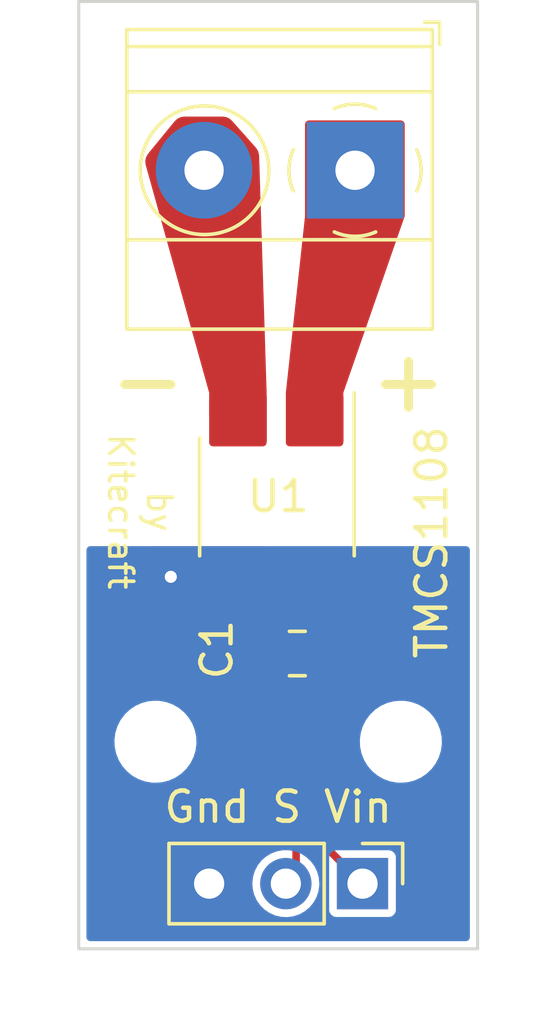
<source format=kicad_pcb>
(kicad_pcb (version 20211014) (generator pcbnew)
  (layers (0 "F.Cu" signal) (31 "B.Cu" signal) (34 "B.Paste" user) (35 "F.Paste" user) (36 "B.SilkS" user "B.Silkscreen") (37 "F.SilkS" user "F.Silkscreen") (38 "B.Mask" user) (39 "F.Mask" user) (44 "Edge.Cuts" user))
  (net 0 "")
  (net 1 "Net-(C1-Pad1)")
  (net 2 "/Gnd")
  (net 3 "Net-(J1-Pad2)")
  (net 4 "Net-(J2-Pad2)")
  (net 5 "Net-(J1-Pad1)")
  (footprint "Capacitor_SMD:C_0805_2012Metric_Pad1.18x1.45mm_HandSolder" (layer "F.Cu") (at 132.461 102.87 180)
    (fp_text reference "C1" (at 2.667 0.127 90) (layer "F.SilkS"))
    (fp_text value "0.1uF")
    (fp_line (start -0.261252 -0.735) (end 0.261252 -0.735) (layer "F.SilkS") (width 0.12))
    (fp_line (start -0.261252 0.735) (end 0.261252 0.735) (layer "F.SilkS") (width 0.12))
    (pad "1" smd roundrect (at -1.0375 0 180) (size 1.175 1.45) (layers "F.Cu" "F.Paste" "F.Mask") (roundrect_rratio 0.2127659574) (net 1 "Net-(C1-Pad1)"))
    (pad "2" smd roundrect (at 1.0375 0 180) (size 1.175 1.45) (layers "F.Cu" "F.Paste" "F.Mask") (roundrect_rratio 0.2127659574) (net 2 "/Gnd"))
  )
  (footprint "MountingHole:MountingHole_2.2mm_M2_DIN965" (layer "F.Cu") (at 135.89 105.791)
    (fp_text reference "H1" hide)
    (fp_text value "MountingHole")
    (pad "" np_thru_hole circle (at 0 0) (size 2.2 2.2) (drill 2.2) (layers *.Cu *.Mask))
  )
  (footprint "Kitecraft_Boards:SO-8_3.9x4.9mm_P1.27mm" (layer "F.Cu") (at 131.786 97.684 -90)
    (fp_text reference "U1" (at -0.021 -0.04 180) (layer "F.SilkS"))
    (fp_text value "TMCS1108")
    (fp_line (start 0 -2.56) (end -3.45 -2.56) (layer "F.SilkS") (width 0.12))
    (fp_line (start 0 2.56) (end -1.95 2.56) (layer "F.SilkS") (width 0.12))
    (fp_line (start 0 2.56) (end 1.95 2.56) (layer "F.SilkS") (width 0.12))
    (fp_line (start 0 -2.56) (end 1.95 -2.56) (layer "F.SilkS") (width 0.12))
    (pad "1" smd roundrect (at -2.575 -1.905 270) (size 1.75 0.6) (layers "F.Cu" "F.Paste" "F.Mask") (net 5 "Net-(J1-Pad1)"))
    (pad "2" smd roundrect (at -2.575 -0.635 270) (size 1.75 0.6) (layers "F.Cu" "F.Paste" "F.Mask") (net 5 "Net-(J1-Pad1)"))
    (pad "3" smd roundrect (at -2.575 0.635 270) (size 1.75 0.6) (layers "F.Cu" "F.Paste" "F.Mask") (net 3 "Net-(J1-Pad2)"))
    (pad "4" smd roundrect (at -2.575 1.905 270) (size 1.75 0.6) (layers "F.Cu" "F.Paste" "F.Mask") (net 3 "Net-(J1-Pad2)"))
    (pad "5" smd roundrect (at 2.575 1.905 270) (size 1.75 0.6) (layers "F.Cu" "F.Paste" "F.Mask") (net 2 "/Gnd"))
    (pad "6" smd roundrect (at 2.575 0.635 270) (size 1.75 0.6) (layers "F.Cu" "F.Paste" "F.Mask") (net 2 "/Gnd"))
    (pad "7" smd roundrect (at 2.575 -0.635 270) (size 1.75 0.6) (layers "F.Cu" "F.Paste" "F.Mask") (net 4 "Net-(J2-Pad2)"))
    (pad "8" smd roundrect (at 2.575 -1.905 270) (size 1.75 0.6) (layers "F.Cu" "F.Paste" "F.Mask") (net 1 "Net-(C1-Pad1)"))
  )
  (footprint "Connector_PinHeader_2.54mm:PinHeader_1x03_P2.54mm_Vertical" (layer "F.Cu") (at 134.62 110.49 -90)
    (fp_text reference "J2" hide)
    (fp_text value "Conn_01x03")
    (fp_line (start -1.33 1.27) (end -1.33 6.41) (layer "F.SilkS") (width 0.12))
    (fp_line (start -1.33 -1.33) (end 0 -1.33) (layer "F.SilkS") (width 0.12))
    (fp_line (start -1.33 0) (end -1.33 -1.33) (layer "F.SilkS") (width 0.12))
    (fp_line (start -1.33 1.27) (end 1.33 1.27) (layer "F.SilkS") (width 0.12))
    (fp_line (start 1.33 1.27) (end 1.33 6.41) (layer "F.SilkS") (width 0.12))
    (fp_line (start -1.33 6.41) (end 1.33 6.41) (layer "F.SilkS") (width 0.12))
    (pad "1" thru_hole rect (at 0 0 270) (size 1.7 1.7) (drill 1) (layers *.Cu *.Mask) (net 1 "Net-(C1-Pad1)"))
    (pad "2" thru_hole oval (at 0 2.54 270) (size 1.7 1.7) (drill 1) (layers *.Cu *.Mask) (net 4 "Net-(J2-Pad2)"))
    (pad "3" thru_hole oval (at 0 5.08 270) (size 1.7 1.7) (drill 1) (layers *.Cu *.Mask) (net 2 "/Gnd"))
  )
  (footprint "TerminalBlock_Phoenix:TerminalBlock_Phoenix_MKDS-1,5-2_1x02_P5.00mm_Horizontal" (layer "F.Cu") (at 134.372 86.868 180)
    (fp_text reference "J1" hide)
    (fp_text value "Conn_01x02" hide)
    (fp_line (start -2.8 4.9) (end -2.3 4.9) (layer "F.SilkS") (width 0.12))
    (fp_line (start -2.56 2.6) (end 7.56 2.6) (layer "F.SilkS") (width 0.12))
    (fp_line (start -2.8 4.16) (end -2.8 4.9) (layer "F.SilkS") (width 0.12))
    (fp_line (start -2.56 -5.261) (end 7.56 -5.261) (layer "F.SilkS") (width 0.12))
    (fp_line (start -2.56 4.66) (end 7.56 4.66) (layer "F.SilkS") (width 0.12))
    (fp_line (start 7.56 -5.261) (end 7.56 4.66) (layer "F.SilkS") (width 0.12))
    (fp_line (start -2.56 -5.261) (end -2.56 4.66) (layer "F.SilkS") (width 0.12))
    (fp_line (start -2.56 4.1) (end 7.56 4.1) (layer "F.SilkS") (width 0.12))
    (fp_line (start -2.56 -2.301) (end 7.56 -2.301) (layer "F.SilkS") (width 0.12))
    (fp_arc (start 0.683318 2.042756) (mid 0.349292 2.151288) (end 0 2.188) (layer "F.SilkS") (width 0.12))
    (fp_arc (start -0.683042 -2.043427) (mid 0.000524 -2.188501) (end 0.684 -2.043) (layer "F.SilkS") (width 0.12))
    (fp_arc (start -2.043427 0.683042) (mid -2.188501 -0.000524) (end -2.043 -0.684) (layer "F.SilkS") (width 0.12))
    (fp_arc (start 2.043427 -0.683042) (mid 2.188501 0.000524) (end 2.043 0.684) (layer "F.SilkS") (width 0.12))
    (fp_arc (start 0.028805 2.188253) (mid -0.335551 2.154659) (end -0.684 2.043) (layer "F.SilkS") (width 0.12))
    (fp_circle (center 4.982 0) (end 7.112 0) (layer "F.SilkS") (width 0.12) (fill none))
    (pad "1" thru_hole rect (at 0 0 180) (size 3.2 3.2) (drill 1.3) (layers *.Cu *.Mask) (net 5 "Net-(J1-Pad1)"))
    (pad "2" thru_hole circle (at 5 0 180) (size 3.2 3.2) (drill 1.3) (layers *.Cu *.Mask) (net 3 "Net-(J1-Pad2)"))
  )
  (footprint "MountingHole:MountingHole_2.2mm_M2_DIN965" (layer "F.Cu") (at 127.762 105.791)
    (fp_text reference "H2" hide)
    (fp_text value "MountingHole")
    (pad "" np_thru_hole circle (at 0 0) (size 2.2 2.2) (drill 2.2) (layers *.Cu *.Mask))
  )
  (gr_line (start 138.43 81.28) (end 138.43 112.649) (layer "Edge.Cuts") (width 0.1))
  (gr_line (start 125.222 112.649) (end 125.222 81.28) (layer "Edge.Cuts") (width 0.1))
  (gr_line (start 138.43 112.649) (end 125.222 112.649) (layer "Edge.Cuts") (width 0.1))
  (gr_line (start 125.222 81.28) (end 138.43 81.28) (layer "Edge.Cuts") (width 0.1))
  (gr_text "by\nKitecraft" (at 127.254 98.171 270) (layer "F.SilkS") (effects (font (size 0.8 0.8) (thickness 0.12))))
  (gr_text "TMCS1108" (at 136.906 99.187 90) (layer "F.SilkS") (effects (font (size 1 1))))
  (gr_text "+" (at 136.144 94.107 180) (layer "F.SilkS") (effects (font (size 2 2) (thickness 0.3))))
  (gr_text "Gnd S Vin" (at 131.826 107.95) (layer "F.SilkS") (effects (font (size 1 1))))
  (gr_text "-" (at 127.508 94.107 180) (layer "F.SilkS") (effects (font (size 2 2) (thickness 0.3))))
  (segment (start 133.7405 100.3085) (end 133.691 100.259) (width 0.25) (layer "F.Cu") (net 1))
  (segment (start 133.691 102.6775) (end 133.4985 102.87) (width 0.25) (layer "F.Cu") (net 1))
  (segment (start 133.4985 109.3685) (end 134.62 110.49) (width 0.25) (layer "F.Cu") (net 1))
  (segment (start 133.691 100.259) (end 133.691 102.6775) (width 0.25) (layer "F.Cu") (net 1))
  (segment (start 133.4985 102.87) (end 133.4985 109.3685) (width 0.25) (layer "F.Cu") (net 1))
  (segment (start 131.151 102.5975) (end 131.151 100.259) (width 0.25) (layer "F.Cu") (net 2))
  (segment (start 131.4235 102.87) (end 131.151 102.5975) (width 0.25) (layer "F.Cu") (net 2))
  (via (at 128.27 100.33) (size 0.8) (drill 0.4) (layers "F.Cu" "B.Cu") (net 2))
  (segment (start 132.421 100.259) (end 132.421 110.149) (width 0.25) (layer "F.Cu") (net 4))
  (segment (start 132.421 110.149) (end 132.08 110.49) (width 0.25) (layer "F.Cu") (net 4))
  (zone (net 2) (net_name "/Gnd") (layer "F.Cu") (connect_pads yes (clearance 0.254)) (min_thickness 0.254) (fill yes (thermal_gap 0.508) (thermal_bridge_width 0.508))
    (polygon (pts (xy 131.445 101.219) (xy 127.508 101.219) (xy 127.508 99.314) (xy 131.445 99.314)))
  )
  (zone (net 5) (net_name "Net-(J1-Pad1)") (layer "F.Cu") (connect_pads yes (clearance 0.508)) (min_thickness 0.254) (fill yes (thermal_gap 0.508) (thermal_bridge_width 0.508))
    (polygon (pts (xy 136.017 88.392) (xy 133.985 94.234) (xy 133.985 96.012) (xy 132.08 96.012) (xy 132.08 94.234) (xy 132.715 88.392) (xy 132.715 85.217) (xy 136.017 85.217)))
  )
  (zone (net 3) (net_name "Net-(J1-Pad2)") (layer "F.Cu") (connect_pads yes (clearance 0.508)) (min_thickness 0.254) (fill yes (thermal_gap 0.508) (thermal_bridge_width 0.508) (smoothing fillet) (radius 0.4))
    (polygon (pts (xy 131.445 94.234) (xy 131.445 94.996) (xy 129.54 94.996) (xy 129.54 94.234) (xy 127.381 86.487) (xy 128.524 85.09) (xy 130.175 85.09) (xy 131.191 86.233)))
  )
  (zone (net 3) (net_name "Net-(J1-Pad2)") (layer "F.Cu") (connect_pads yes (clearance 0.508)) (min_thickness 0.254) (fill yes (thermal_gap 0.508) (thermal_bridge_width 0.508))
    (polygon (pts (xy 131.445 96.012) (xy 129.54 96.012) (xy 129.54 94.488) (xy 131.445 94.488)))
  )
  (zone (net 2) (net_name "/Gnd") (layer "B.Cu") (connect_pads yes (clearance 0.254)) (min_thickness 0.254) (fill yes (thermal_gap 0.508) (thermal_bridge_width 0.508))
    (polygon (pts (xy 138.684 112.649) (xy 125.095 112.649) (xy 125.095 99.314) (xy 138.684 99.314)))
  )
)
</source>
